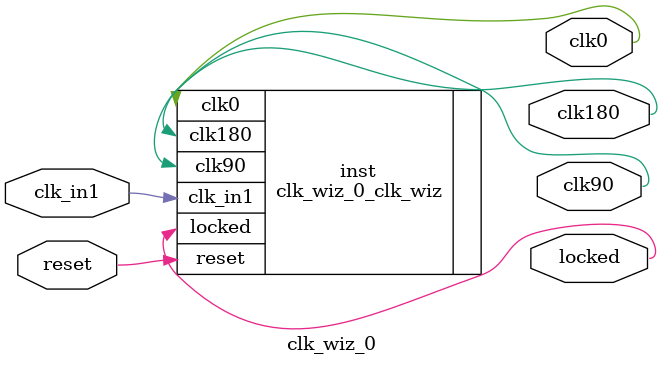
<source format=v>


`timescale 1ps/1ps

(* CORE_GENERATION_INFO = "clk_wiz_0,clk_wiz_v6_0_11_0_0,{component_name=clk_wiz_0,use_phase_alignment=true,use_min_o_jitter=false,use_max_i_jitter=false,use_dyn_phase_shift=false,use_inclk_switchover=false,use_dyn_reconfig=false,enable_axi=0,feedback_source=FDBK_AUTO,PRIMITIVE=MMCM,num_out_clk=3,clkin1_period=8.000,clkin2_period=10.000,use_power_down=false,use_reset=true,use_locked=true,use_inclk_stopped=false,feedback_type=SINGLE,CLOCK_MGR_TYPE=NA,manual_override=false}" *)

module clk_wiz_0 
 (
  // Clock out ports
  output        clk0,
  output        clk90,
  output        clk180,
  // Status and control signals
  input         reset,
  output        locked,
 // Clock in ports
  input         clk_in1
 );

  clk_wiz_0_clk_wiz inst
  (
  // Clock out ports  
  .clk0(clk0),
  .clk90(clk90),
  .clk180(clk180),
  // Status and control signals               
  .reset(reset), 
  .locked(locked),
 // Clock in ports
  .clk_in1(clk_in1)
  );

endmodule

</source>
